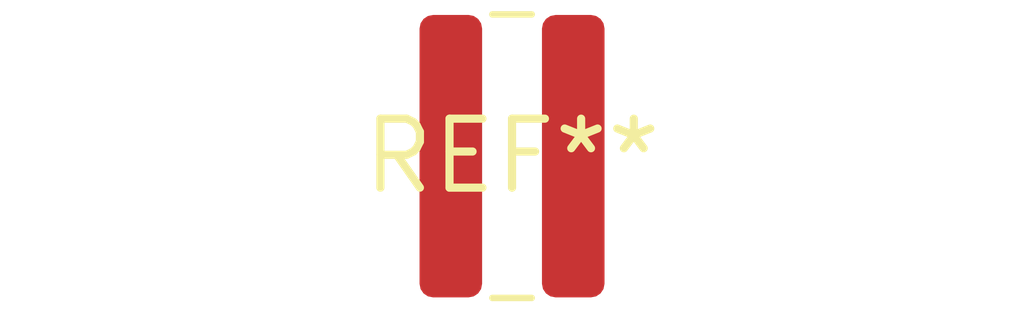
<source format=kicad_pcb>
(kicad_pcb (version 20240108) (generator pcbnew)
  (layers (0 "F.Cu" signal) (31 "B.Cu" signal) (34 "B.Paste" user) (35 "F.Paste" user) (36 "B.SilkS" user "B.Silkscreen") (37 "F.SilkS" user "F.Silkscreen") (38 "B.Mask" user) (39 "F.Mask" user) (44 "Edge.Cuts" user))
  (net 0 "")
  (footprint "R_1020_2550Metric" (layer "F.Cu") (at 0 0)
    (property "Reference" "REF**")
    (property "Value" "R_1020_2550Metric")
    (fp_line (start -0.361252 -2.61) (end 0.361252 -2.61) (layer "F.SilkS") (stroke (width 0.12)))
    (fp_line (start -0.361252 2.61) (end 0.361252 2.61) (layer "F.SilkS") (stroke (width 0.12)))
    (pad "1" smd roundrect (at -1.125 0) (size 1.15 5.2) (layers "F.Cu" "F.Paste" "F.Mask") (roundrect_rratio 0.217391))
    (pad "2" smd roundrect (at 1.125 0) (size 1.15 5.2) (layers "F.Cu" "F.Paste" "F.Mask") (roundrect_rratio 0.217391))
  )
)
</source>
